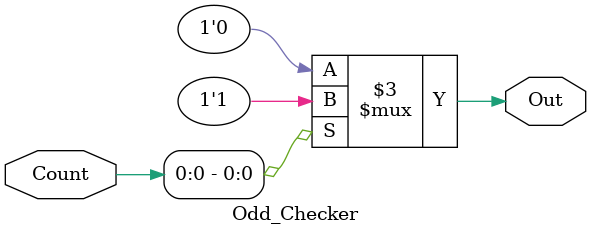
<source format=v>
module Odd_Checker(
    input [2:0] Count,
    output reg Out);

 always@(*)
 begin
  if(Count[0]) Out = 1'b1;
  else Out = 1'b0; 
 end
endmodule

</source>
